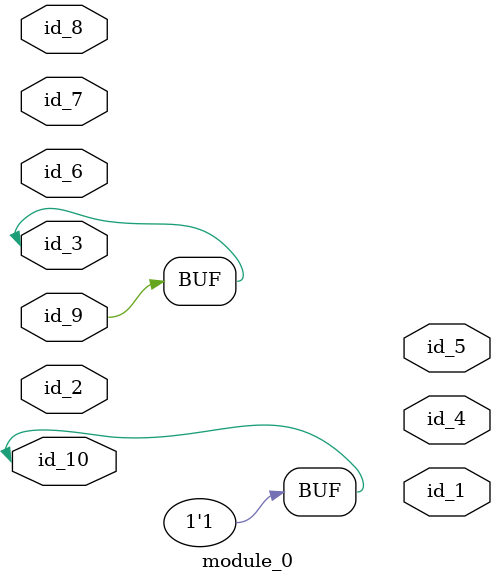
<source format=v>
`define pp_10 0
module module_0 (
    id_1,
    id_2,
    id_3,
    id_4,
    id_5,
    id_6,
    id_7,
    id_8,
    id_9,
    id_10
);
  inout id_10;
  input id_9;
  input id_8;
  input id_7;
  inout id_6;
  output id_5;
  output id_4;
  inout id_3;
  inout id_2;
  output id_1;
  assign id_3  = id_9;
  assign id_10 = 1;
endmodule

</source>
